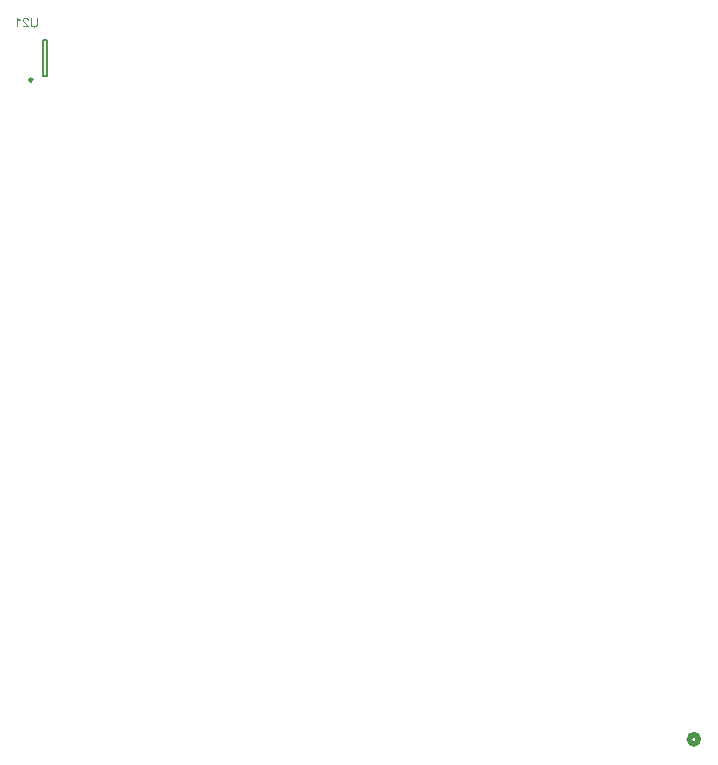
<source format=gbr>
%TF.GenerationSoftware,Altium Limited,Altium Designer,20.2.5 (213)*%
G04 Layer_Color=32896*
%FSLAX26Y26*%
%MOIN*%
%TF.SameCoordinates,271AC680-9A3E-4A00-A3D7-6C105C8C782D*%
%TF.FilePolarity,Positive*%
%TF.FileFunction,Legend,Bot*%
%TF.Part,Single*%
G01*
G75*
%TA.AperFunction,NonConductor*%
%ADD86C,0.020000*%
%ADD87C,0.009842*%
%ADD88C,0.007874*%
G36*
X2871667Y3894063D02*
X2872453Y3894017D01*
X2873192Y3893878D01*
X2873885Y3893739D01*
X2874532Y3893555D01*
X2875132Y3893370D01*
X2875687Y3893139D01*
X2876195Y3892908D01*
X2876657Y3892677D01*
X2877027Y3892446D01*
X2877350Y3892261D01*
X2877627Y3892076D01*
X2877858Y3891938D01*
X2877997Y3891799D01*
X2878089Y3891753D01*
X2878135Y3891707D01*
X2878597Y3891245D01*
X2879013Y3890736D01*
X2879429Y3890182D01*
X2879752Y3889628D01*
X2880307Y3888519D01*
X2880676Y3887410D01*
X2880815Y3886902D01*
X2880954Y3886394D01*
X2881046Y3885978D01*
X2881138Y3885608D01*
X2881185Y3885285D01*
Y3885054D01*
X2881231Y3884915D01*
Y3884869D01*
X2877211Y3884453D01*
X2877119Y3885516D01*
X2876934Y3886440D01*
X2876657Y3887271D01*
X2876334Y3887918D01*
X2876056Y3888473D01*
X2875779Y3888842D01*
X2875594Y3889073D01*
X2875502Y3889166D01*
X2874809Y3889720D01*
X2874070Y3890136D01*
X2873284Y3890459D01*
X2872591Y3890644D01*
X2871945Y3890783D01*
X2871390Y3890829D01*
X2871205Y3890875D01*
X2870928D01*
X2869958Y3890829D01*
X2869080Y3890644D01*
X2868341Y3890367D01*
X2867694Y3890090D01*
X2867186Y3889766D01*
X2866863Y3889535D01*
X2866632Y3889350D01*
X2866539Y3889258D01*
X2865985Y3888611D01*
X2865569Y3887964D01*
X2865246Y3887318D01*
X2865061Y3886671D01*
X2864922Y3886163D01*
X2864876Y3885701D01*
X2864830Y3885423D01*
Y3885377D01*
Y3885331D01*
X2864922Y3884499D01*
X2865107Y3883622D01*
X2865430Y3882836D01*
X2865754Y3882097D01*
X2866123Y3881496D01*
X2866447Y3880988D01*
X2866539Y3880803D01*
X2866632Y3880665D01*
X2866724Y3880619D01*
Y3880572D01*
X2867094Y3880064D01*
X2867556Y3879556D01*
X2868064Y3879002D01*
X2868618Y3878447D01*
X2869773Y3877338D01*
X2870928Y3876230D01*
X2871529Y3875721D01*
X2872037Y3875259D01*
X2872545Y3874844D01*
X2872961Y3874474D01*
X2873284Y3874197D01*
X2873562Y3873966D01*
X2873746Y3873827D01*
X2873793Y3873781D01*
X2874948Y3872811D01*
X2876010Y3871887D01*
X2876888Y3871055D01*
X2877581Y3870362D01*
X2878182Y3869762D01*
X2878597Y3869346D01*
X2878828Y3869069D01*
X2878921Y3869022D01*
Y3868976D01*
X2879568Y3868191D01*
X2880076Y3867452D01*
X2880538Y3866712D01*
X2880907Y3866066D01*
X2881185Y3865511D01*
X2881369Y3865095D01*
X2881462Y3864818D01*
X2881508Y3864772D01*
Y3864726D01*
X2881693Y3864218D01*
X2881785Y3863756D01*
X2881878Y3863294D01*
X2881924Y3862878D01*
X2881970Y3862508D01*
Y3862231D01*
Y3862046D01*
Y3862000D01*
X2860764D01*
Y3865788D01*
X2876518D01*
X2875964Y3866574D01*
X2875687Y3866897D01*
X2875456Y3867221D01*
X2875225Y3867498D01*
X2875040Y3867683D01*
X2874901Y3867821D01*
X2874855Y3867867D01*
X2874624Y3868098D01*
X2874347Y3868329D01*
X2873700Y3868930D01*
X2872961Y3869623D01*
X2872176Y3870316D01*
X2871436Y3870917D01*
X2871113Y3871194D01*
X2870836Y3871471D01*
X2870605Y3871656D01*
X2870420Y3871794D01*
X2870328Y3871887D01*
X2870281Y3871933D01*
X2869542Y3872580D01*
X2868803Y3873180D01*
X2868156Y3873781D01*
X2867556Y3874289D01*
X2867001Y3874797D01*
X2866539Y3875259D01*
X2866077Y3875675D01*
X2865708Y3876045D01*
X2865338Y3876414D01*
X2865061Y3876692D01*
X2864830Y3876923D01*
X2864599Y3877154D01*
X2864368Y3877431D01*
X2864275Y3877523D01*
X2863629Y3878309D01*
X2863074Y3879002D01*
X2862612Y3879695D01*
X2862243Y3880249D01*
X2861965Y3880757D01*
X2861781Y3881127D01*
X2861688Y3881358D01*
X2861642Y3881450D01*
X2861365Y3882143D01*
X2861180Y3882836D01*
X2860995Y3883483D01*
X2860903Y3884037D01*
X2860857Y3884546D01*
X2860810Y3884915D01*
Y3885146D01*
Y3885239D01*
X2860857Y3885932D01*
X2860949Y3886578D01*
X2861041Y3887225D01*
X2861226Y3887780D01*
X2861688Y3888888D01*
X2862150Y3889766D01*
X2862427Y3890182D01*
X2862658Y3890505D01*
X2862889Y3890829D01*
X2863120Y3891060D01*
X2863305Y3891245D01*
X2863398Y3891429D01*
X2863490Y3891476D01*
X2863536Y3891522D01*
X2864044Y3891984D01*
X2864599Y3892400D01*
X2865199Y3892723D01*
X2865800Y3893000D01*
X2867001Y3893462D01*
X2868202Y3893786D01*
X2868711Y3893878D01*
X2869219Y3893970D01*
X2869681Y3894017D01*
X2870050Y3894063D01*
X2870374Y3894109D01*
X2870836D01*
X2871667Y3894063D01*
D02*
G37*
G36*
X2844779Y3893324D02*
X2845287Y3892584D01*
X2845888Y3891845D01*
X2846442Y3891198D01*
X2846997Y3890644D01*
X2847412Y3890182D01*
X2847597Y3890043D01*
X2847736Y3889905D01*
X2847782Y3889859D01*
X2847828Y3889812D01*
X2848798Y3889027D01*
X2849769Y3888288D01*
X2850693Y3887641D01*
X2851617Y3887133D01*
X2852402Y3886671D01*
X2852725Y3886486D01*
X2853003Y3886347D01*
X2853234Y3886209D01*
X2853418Y3886163D01*
X2853511Y3886070D01*
X2853557D01*
Y3882282D01*
X2852864Y3882559D01*
X2852171Y3882882D01*
X2851478Y3883206D01*
X2850831Y3883529D01*
X2850277Y3883806D01*
X2849815Y3884037D01*
X2849538Y3884222D01*
X2849491Y3884268D01*
X2849445D01*
X2848614Y3884777D01*
X2847874Y3885285D01*
X2847228Y3885747D01*
X2846719Y3886163D01*
X2846257Y3886486D01*
X2845980Y3886763D01*
X2845749Y3886948D01*
X2845703Y3886994D01*
Y3862000D01*
X2841776D01*
Y3894109D01*
X2844317D01*
X2844779Y3893324D01*
D02*
G37*
G36*
X2912000Y3875490D02*
Y3874566D01*
X2911954Y3873689D01*
X2911908Y3872857D01*
X2911815Y3872072D01*
X2911723Y3871379D01*
X2911630Y3870732D01*
X2911492Y3870131D01*
X2911399Y3869577D01*
X2911307Y3869069D01*
X2911168Y3868653D01*
X2911076Y3868283D01*
X2910984Y3868006D01*
X2910891Y3867775D01*
X2910845Y3867590D01*
X2910799Y3867498D01*
Y3867452D01*
X2910291Y3866435D01*
X2909644Y3865511D01*
X2908997Y3864772D01*
X2908304Y3864125D01*
X2907703Y3863617D01*
X2907195Y3863247D01*
X2907010Y3863155D01*
X2906872Y3863063D01*
X2906779Y3862970D01*
X2906733D01*
X2905578Y3862462D01*
X2904377Y3862092D01*
X2903130Y3861815D01*
X2901975Y3861630D01*
X2901466Y3861584D01*
X2900958Y3861538D01*
X2900496Y3861492D01*
X2900127D01*
X2899803Y3861446D01*
X2899387D01*
X2897724Y3861538D01*
X2896985Y3861630D01*
X2896292Y3861723D01*
X2895599Y3861861D01*
X2894998Y3862000D01*
X2894444Y3862139D01*
X2893936Y3862323D01*
X2893474Y3862508D01*
X2893104Y3862647D01*
X2892735Y3862785D01*
X2892457Y3862924D01*
X2892226Y3863063D01*
X2892088Y3863109D01*
X2891995Y3863201D01*
X2891949D01*
X2890933Y3863894D01*
X2890101Y3864680D01*
X2889454Y3865419D01*
X2888900Y3866158D01*
X2888484Y3866805D01*
X2888207Y3867313D01*
X2888115Y3867498D01*
X2888022Y3867636D01*
X2887976Y3867729D01*
Y3867775D01*
X2887791Y3868329D01*
X2887606Y3868930D01*
X2887329Y3870177D01*
X2887144Y3871471D01*
X2887006Y3872718D01*
X2886960Y3873273D01*
X2886913Y3873827D01*
Y3874289D01*
X2886867Y3874705D01*
Y3875028D01*
Y3875259D01*
Y3875444D01*
Y3875490D01*
Y3893970D01*
X2891118D01*
Y3875490D01*
Y3874428D01*
X2891210Y3873411D01*
X2891302Y3872534D01*
X2891441Y3871702D01*
X2891580Y3870963D01*
X2891764Y3870270D01*
X2891903Y3869669D01*
X2892088Y3869161D01*
X2892273Y3868745D01*
X2892457Y3868329D01*
X2892642Y3868052D01*
X2892781Y3867775D01*
X2892919Y3867590D01*
X2893012Y3867452D01*
X2893058Y3867405D01*
X2893104Y3867359D01*
X2893520Y3866990D01*
X2893982Y3866666D01*
X2894998Y3866158D01*
X2896061Y3865788D01*
X2897170Y3865557D01*
X2898186Y3865373D01*
X2898602Y3865326D01*
X2899018D01*
X2899295Y3865280D01*
X2899757D01*
X2900727Y3865326D01*
X2901605Y3865465D01*
X2902437Y3865604D01*
X2903083Y3865835D01*
X2903638Y3866019D01*
X2904054Y3866158D01*
X2904285Y3866297D01*
X2904377Y3866343D01*
X2905024Y3866759D01*
X2905578Y3867267D01*
X2906040Y3867775D01*
X2906364Y3868237D01*
X2906641Y3868699D01*
X2906872Y3869022D01*
X2906964Y3869253D01*
X2907010Y3869346D01*
X2907149Y3869762D01*
X2907241Y3870177D01*
X2907426Y3871148D01*
X2907565Y3872164D01*
X2907657Y3873180D01*
X2907703Y3874058D01*
Y3874474D01*
X2907750Y3874797D01*
Y3875075D01*
Y3875306D01*
Y3875444D01*
Y3875490D01*
Y3893970D01*
X2912000D01*
Y3875490D01*
D02*
G37*
D86*
X5112679Y1488898D02*
G03*
X5112679Y1488898I-15000J0D01*
G01*
D87*
X2892677Y3687165D02*
G03*
X2892677Y3687165I-4921J0D01*
G01*
D88*
X2929094Y3698976D02*
X2940906D01*
X2929094Y3821024D02*
X2940906D01*
X2929094Y3698976D02*
Y3821024D01*
X2940906Y3698976D02*
Y3821024D01*
%TF.MD5,db2496666b4154af74715fdb7ac46918*%
M02*

</source>
